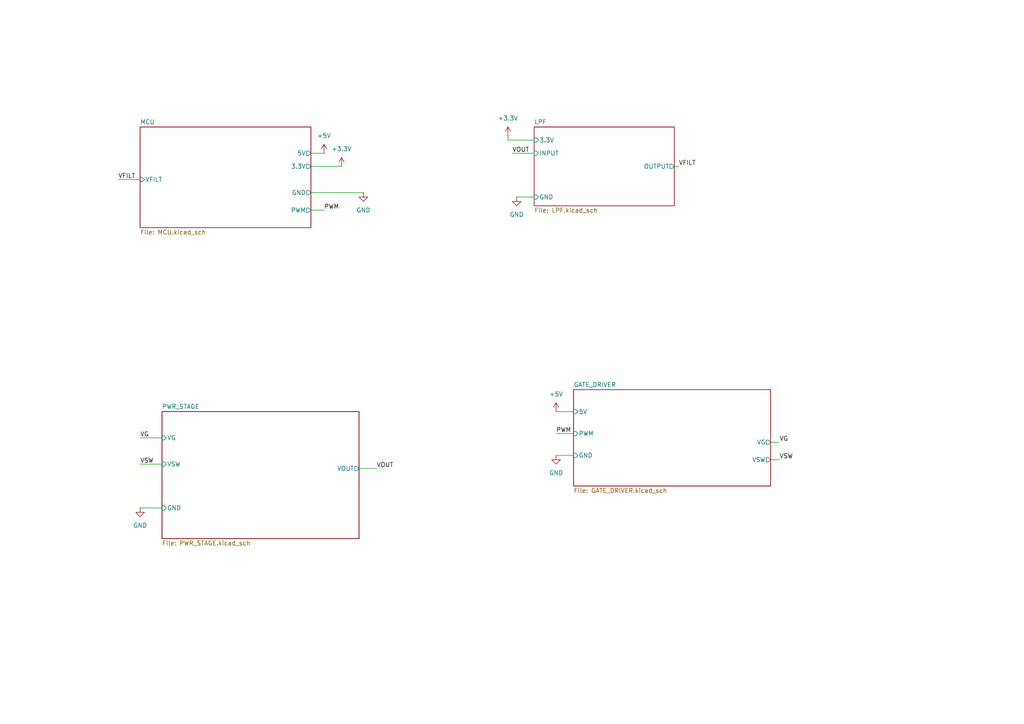
<source format=kicad_sch>
(kicad_sch (version 20231120) (generator "eeschema") (generator_version "8.0")
  (paper "A4")
  (title_block (title "buck converter") (date "2025-01-26") (rev "v0"))
  (lib_symbols
    (symbol "power:+3.3V" (power) (pin_numbers hide) (pin_names (offset 0) hide)
      (property "Value" "+3.3V" (at 0 3.556 0))
      (symbol "+3.3V_0_1"
        (polyline (pts (xy -0.762 1.27) (xy 0 2.54)))
        (polyline (pts (xy 0 0) (xy 0 2.54)))
        (polyline (pts (xy 0 2.54) (xy 0.762 1.27)))
      )
      (symbol "+3.3V_1_1"
        (pin power_in line (at 0 0 90) (length 0) (name "~") (number "1"))
      )
    )
    (symbol "power:+5V" (power) (pin_numbers hide) (pin_names (offset 0) hide)
      (property "Value" "+5V" (at 0 3.556 0))
      (symbol "+5V_0_1"
        (polyline (pts (xy -0.762 1.27) (xy 0 2.54)))
        (polyline (pts (xy 0 0) (xy 0 2.54)))
        (polyline (pts (xy 0 2.54) (xy 0.762 1.27)))
      )
      (symbol "+5V_1_1"
        (pin power_in line (at 0 0 90) (length 0) (name "~") (number "1"))
      )
    )
    (symbol "power:GND" (power) (pin_numbers hide) (pin_names (offset 0) hide)
      (property "Value" "GND" (at 0 -3.81 0))
      (symbol "GND_0_1"
        (polyline (pts (xy 0 0) (xy 0 -1.27) (xy 1.27 -1.27) (xy 0 -2.54) (xy -1.27 -1.27) (xy 0 -1.27)))
      )
      (symbol "GND_1_1"
        (pin power_in line (at 0 0 270) (length 0) (name "~") (number "1"))
      )
    )
  )
  (wire (pts (xy 149.86 57.15) (xy 154.94 57.15)))
  (wire (pts (xy 34.29 52.07) (xy 40.64 52.07)))
  (wire (pts (xy 90.17 48.26) (xy 99.06 48.26)))
  (wire (pts (xy 161.29 125.73) (xy 166.37 125.73)))
  (wire (pts (xy 90.17 55.88) (xy 105.41 55.88)))
  (wire (pts (xy 148.59 44.45) (xy 154.94 44.45)))
  (wire (pts (xy 93.98 60.96) (xy 90.17 60.96)))
  (wire (pts (xy 161.29 119.38) (xy 166.37 119.38)))
  (wire (pts (xy 93.98 44.45) (xy 90.17 44.45)))
  (wire (pts (xy 147.32 40.64) (xy 154.94 40.64)))
  (wire (pts (xy 104.14 135.89) (xy 109.22 135.89)))
  (wire (pts (xy 196.85 48.26) (xy 195.58 48.26)))
  (wire (pts (xy 226.06 128.27) (xy 223.52 128.27)))
  (wire (pts (xy 161.29 132.08) (xy 166.37 132.08)))
  (wire (pts (xy 40.64 134.62) (xy 46.99 134.62)))
  (wire (pts (xy 226.06 133.35) (xy 223.52 133.35)))
  (wire (pts (xy 40.64 147.32) (xy 46.99 147.32)))
  (wire (pts (xy 147.32 40.64) (xy 147.32 39.37)))
  (wire (pts (xy 40.64 127) (xy 46.99 127)))
  (label "VFILT" (at 196.85 48.26 0))
  (label "PWM" (at 161.29 125.73 0))
  (label "VG" (at 226.06 128.27 0))
  (label "VOUT" (at 148.59 44.45 0))
  (label "PWM" (at 93.98 60.96 0))
  (label "VSW" (at 40.64 134.62 0))
  (label "VFILT" (at 34.29 52.07 0))
  (label "VSW" (at 226.06 133.35 0))
  (label "VOUT" (at 109.22 135.89 0))
  (label "VG" (at 40.64 127 0))
  (symbol (lib_id "power:+3.3V") (at 147.32 39.37 0) (unit 1)
    (property "Reference" "#PWR02" (effects (hide yes)))
    (property "Value" "+3.3V" (at 147.32 34.29 0))
    (property "Description" "Power symbol creates a global label with name \"+3.3V\"" (effects (hide yes)))
  )
  (symbol (lib_id "power:GND") (at 161.29 132.08 0) (unit 1)
    (property "Reference" "#PWR07" (effects (hide yes)))
    (property "Value" "GND" (at 161.29 137.16 0))
    (property "Description" "Power symbol creates a global label with name \"GND\" , ground" (effects (hide yes)))
  )
  (symbol (lib_id "power:GND") (at 40.64 147.32 0) (unit 1)
    (property "Reference" "#PWR08" (effects (hide yes)))
    (property "Value" "GND" (at 40.64 152.4 0))
    (property "Description" "Power symbol creates a global label with name \"GND\" , ground" (effects (hide yes)))
  )
  (symbol (lib_id "power:+3.3V") (at 99.06 48.26 0) (unit 1)
    (property "Reference" "#PWR04" (effects (hide yes)))
    (property "Value" "+3.3V" (at 99.06 43.18 0))
    (property "Description" "Power symbol creates a global label with name \"+3.3V\"" (effects (hide yes)))
  )
  (symbol (lib_id "power:GND") (at 105.41 55.88 0) (unit 1)
    (property "Reference" "#PWR01" (effects (hide yes)))
    (property "Value" "GND" (at 105.41 60.96 0))
    (property "Description" "Power symbol creates a global label with name \"GND\" , ground" (effects (hide yes)))
  )
  (symbol (lib_id "power:+5V") (at 93.98 44.45 0) (unit 1)
    (property "Reference" "#PWR05" (effects (hide yes)))
    (property "Value" "+5V" (at 93.98 39.37 0))
    (property "Description" "Power symbol creates a global label with name \"+5V\"" (effects (hide yes)))
  )
  (symbol (lib_id "power:+5V") (at 161.29 119.38 0) (unit 1)
    (property "Reference" "#PWR06" (effects (hide yes)))
    (property "Value" "+5V" (at 161.29 114.3 0))
    (property "Description" "Power symbol creates a global label with name \"+5V\"" (effects (hide yes)))
  )
  (symbol (lib_id "power:GND") (at 149.86 57.15 0) (unit 1)
    (property "Reference" "#PWR03" (effects (hide yes)))
    (property "Value" "GND" (at 149.86 62.23 0))
    (property "Description" "Power symbol creates a global label with name \"GND\" , ground" (effects (hide yes)))
  )
  (sheet (at 154.94 36.83) (size 40.64 22.86) (stroke (width 0.1524))
    (property "Sheetname" "LPF" (at 154.94 36.1184 0) (effects (justify left bottom)))
    (property "Sheetfile" "LPF.kicad_sch" (at 154.94 60.2746 0) (effects (justify left top)))
    (pin "3.3V" input (at 154.94 40.64 180))
    (pin "INPUT" input (at 154.94 44.45 180))
    (pin "GND" input (at 154.94 57.15 180))
    (pin "OUTPUT" output (at 195.58 48.26 0))
  )
  (sheet (at 166.37 113.03) (size 57.15 27.94) (stroke (width 0.1524))
    (property "Sheetname" "GATE_DRIVER" (at 166.37 112.3184 0) (effects (justify left bottom)))
    (property "Sheetfile" "GATE_DRIVER.kicad_sch" (at 166.37 141.5546 0) (effects (justify left top)))
    (pin "5V" input (at 166.37 119.38 180))
    (pin "PWM" input (at 166.37 125.73 180))
    (pin "GND" input (at 166.37 132.08 180))
    (pin "VG" output (at 223.52 128.27 0))
    (pin "VSW" output (at 223.52 133.35 0))
  )
  (sheet (at 46.99 119.38) (size 57.15 36.83) (stroke (width 0.1524))
    (property "Sheetname" "PWR_STAGE" (at 46.99 118.6684 0) (effects (justify left bottom)))
    (property "Sheetfile" "PWR_STAGE.kicad_sch" (at 46.99 156.7946 0) (effects (justify left top)))
    (pin "VG" input (at 46.99 127 180))
    (pin "VSW" input (at 46.99 134.62 180))
    (pin "GND" input (at 46.99 147.32 180))
    (pin "VOUT" output (at 104.14 135.89 0))
  )
  (sheet (at 40.64 36.83) (size 49.53 29.21) (stroke (width 0.1524))
    (property "Sheetname" "MCU" (at 40.64 36.1184 0) (effects (justify left bottom)))
    (property "Sheetfile" "MCU.kicad_sch" (at 40.64 66.6246 0) (effects (justify left top)))
    (pin "5V" output (at 90.17 44.45 0))
    (pin "3.3V" output (at 90.17 48.26 0))
    (pin "GND" output (at 90.17 55.88 0))
    (pin "PWM" output (at 90.17 60.96 0))
    (pin "VFILT" input (at 40.64 52.07 180))
  )
)
</source>
